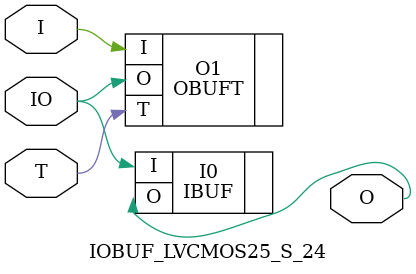
<source format=v>


`timescale  1 ps / 1 ps


module IOBUF_LVCMOS25_S_24 (O, IO, I, T);

    output O;

    inout  IO;

    input  I, T;

        OBUFT #(.IOSTANDARD("LVCMOS25"), .SLEW("SLOW"), .DRIVE(24)) O1 (.O(IO), .I(I), .T(T)); 
	IBUF #(.IOSTANDARD("LVCMOS25"))  I0 (.O(O), .I(IO));
        

endmodule



</source>
